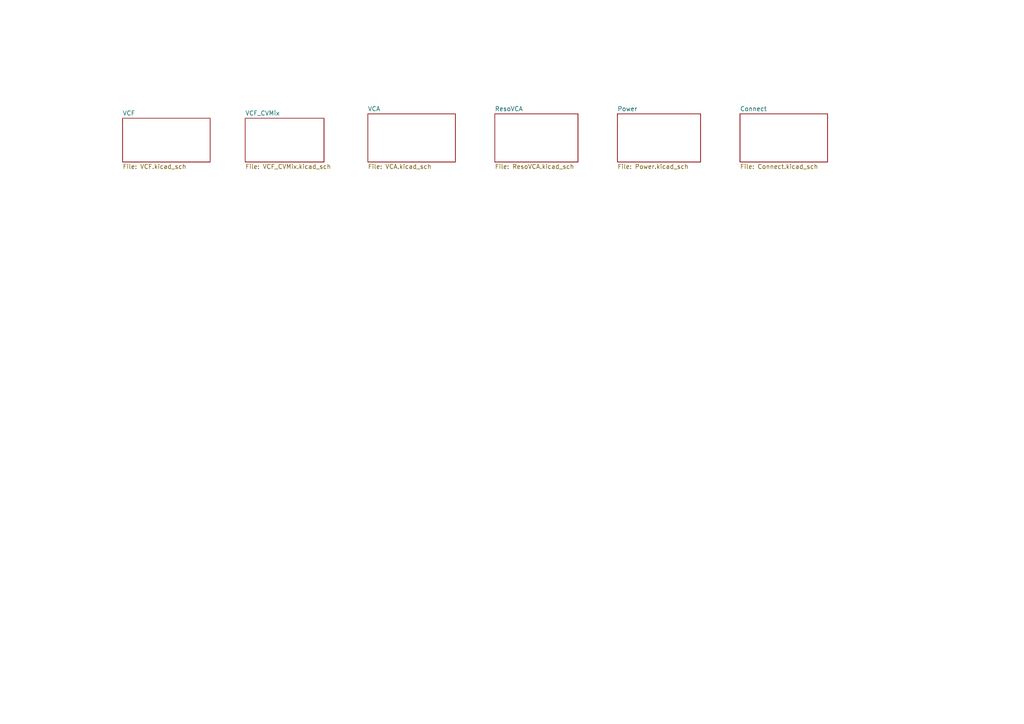
<source format=kicad_sch>
(kicad_sch
	(version 20250114)
	(generator "eeschema")
	(generator_version "9.0")
	(uuid "9a1b0ae2-741b-457f-b422-136a7d206bc6")
	(paper "A4")
	(lib_symbols)
	(sheet
		(at 106.68 33.02)
		(size 25.4 13.97)
		(exclude_from_sim no)
		(in_bom yes)
		(on_board yes)
		(dnp no)
		(fields_autoplaced yes)
		(stroke
			(width 0.1524)
			(type solid)
		)
		(fill
			(color 0 0 0 0.0000)
		)
		(uuid "00b4b8cc-7317-4384-b17c-49948b7cdc23")
		(property "Sheetname" "VCA"
			(at 106.68 32.3084 0)
			(effects
				(font
					(size 1.27 1.27)
				)
				(justify left bottom)
			)
		)
		(property "Sheetfile" "VCA.kicad_sch"
			(at 106.68 47.5746 0)
			(effects
				(font
					(size 1.27 1.27)
				)
				(justify left top)
			)
		)
		(instances
			(project "VCF_VCABoard"
				(path "/9a1b0ae2-741b-457f-b422-136a7d206bc6"
					(page "4")
				)
			)
		)
	)
	(sheet
		(at 35.56 34.29)
		(size 25.4 12.7)
		(exclude_from_sim no)
		(in_bom yes)
		(on_board yes)
		(dnp no)
		(fields_autoplaced yes)
		(stroke
			(width 0.1524)
			(type solid)
		)
		(fill
			(color 0 0 0 0.0000)
		)
		(uuid "071d6151-6bc1-41c3-aa8e-e8941e9ca984")
		(property "Sheetname" "VCF"
			(at 35.56 33.5784 0)
			(effects
				(font
					(size 1.27 1.27)
				)
				(justify left bottom)
			)
		)
		(property "Sheetfile" "VCF.kicad_sch"
			(at 35.56 47.5746 0)
			(effects
				(font
					(size 1.27 1.27)
				)
				(justify left top)
			)
		)
		(instances
			(project "VCF_VCABoard"
				(path "/9a1b0ae2-741b-457f-b422-136a7d206bc6"
					(page "2")
				)
			)
		)
	)
	(sheet
		(at 71.12 34.29)
		(size 22.86 12.7)
		(exclude_from_sim no)
		(in_bom yes)
		(on_board yes)
		(dnp no)
		(fields_autoplaced yes)
		(stroke
			(width 0.1524)
			(type solid)
		)
		(fill
			(color 0 0 0 0.0000)
		)
		(uuid "20677025-aead-4172-ad36-f03388f40ef7")
		(property "Sheetname" "VCF_CVMix"
			(at 71.12 33.5784 0)
			(effects
				(font
					(size 1.27 1.27)
				)
				(justify left bottom)
			)
		)
		(property "Sheetfile" "VCF_CVMix.kicad_sch"
			(at 71.12 47.5746 0)
			(effects
				(font
					(size 1.27 1.27)
				)
				(justify left top)
			)
		)
		(instances
			(project "VCF_VCABoard"
				(path "/9a1b0ae2-741b-457f-b422-136a7d206bc6"
					(page "3")
				)
			)
		)
	)
	(sheet
		(at 179.07 33.02)
		(size 24.13 13.97)
		(exclude_from_sim no)
		(in_bom yes)
		(on_board yes)
		(dnp no)
		(fields_autoplaced yes)
		(stroke
			(width 0.1524)
			(type solid)
		)
		(fill
			(color 0 0 0 0.0000)
		)
		(uuid "3f44f4ba-cd8e-4b2e-a0f0-24fa6b2dec07")
		(property "Sheetname" "Power"
			(at 179.07 32.3084 0)
			(effects
				(font
					(size 1.27 1.27)
				)
				(justify left bottom)
			)
		)
		(property "Sheetfile" "Power.kicad_sch"
			(at 179.07 47.5746 0)
			(effects
				(font
					(size 1.27 1.27)
				)
				(justify left top)
			)
		)
		(instances
			(project "VCF_VCABoard"
				(path "/9a1b0ae2-741b-457f-b422-136a7d206bc6"
					(page "6")
				)
			)
		)
	)
	(sheet
		(at 143.51 33.02)
		(size 24.13 13.97)
		(exclude_from_sim no)
		(in_bom yes)
		(on_board yes)
		(dnp no)
		(fields_autoplaced yes)
		(stroke
			(width 0.1524)
			(type solid)
		)
		(fill
			(color 0 0 0 0.0000)
		)
		(uuid "5cb3265f-4eb7-4c5d-a036-1bb3ee287647")
		(property "Sheetname" "ResoVCA"
			(at 143.51 32.3084 0)
			(effects
				(font
					(size 1.27 1.27)
				)
				(justify left bottom)
			)
		)
		(property "Sheetfile" "ResoVCA.kicad_sch"
			(at 143.51 47.5746 0)
			(effects
				(font
					(size 1.27 1.27)
				)
				(justify left top)
			)
		)
		(instances
			(project "VCF_VCABoard"
				(path "/9a1b0ae2-741b-457f-b422-136a7d206bc6"
					(page "5")
				)
			)
		)
	)
	(sheet
		(at 214.63 33.02)
		(size 25.4 13.97)
		(exclude_from_sim no)
		(in_bom yes)
		(on_board yes)
		(dnp no)
		(fields_autoplaced yes)
		(stroke
			(width 0.1524)
			(type solid)
		)
		(fill
			(color 0 0 0 0.0000)
		)
		(uuid "d8dc97b7-2d98-4907-919d-ae32e5f9e63d")
		(property "Sheetname" "Connect"
			(at 214.63 32.3084 0)
			(effects
				(font
					(size 1.27 1.27)
				)
				(justify left bottom)
			)
		)
		(property "Sheetfile" "Connect.kicad_sch"
			(at 214.63 47.5746 0)
			(effects
				(font
					(size 1.27 1.27)
				)
				(justify left top)
			)
		)
		(instances
			(project "VCF_VCABoard"
				(path "/9a1b0ae2-741b-457f-b422-136a7d206bc6"
					(page "7")
				)
			)
		)
	)
	(sheet_instances
		(path "/"
			(page "1")
		)
	)
	(embedded_fonts no)
)

</source>
